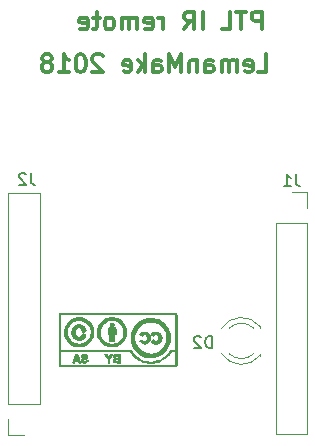
<source format=gbo>
G04 #@! TF.FileFunction,Legend,Bot*
%FSLAX46Y46*%
G04 Gerber Fmt 4.6, Leading zero omitted, Abs format (unit mm)*
G04 Created by KiCad (PCBNEW 4.0.7) date Sun Jul 15 15:38:45 2018*
%MOMM*%
%LPD*%
G01*
G04 APERTURE LIST*
%ADD10C,0.100000*%
%ADD11C,0.300000*%
%ADD12C,0.120000*%
%ADD13C,0.002540*%
%ADD14C,0.150000*%
G04 APERTURE END LIST*
D10*
D11*
X194114571Y-85133571D02*
X194114571Y-83633571D01*
X193543143Y-83633571D01*
X193400285Y-83705000D01*
X193328857Y-83776429D01*
X193257428Y-83919286D01*
X193257428Y-84133571D01*
X193328857Y-84276429D01*
X193400285Y-84347857D01*
X193543143Y-84419286D01*
X194114571Y-84419286D01*
X192828857Y-83633571D02*
X191971714Y-83633571D01*
X192400285Y-85133571D02*
X192400285Y-83633571D01*
X190757428Y-85133571D02*
X191471714Y-85133571D01*
X191471714Y-83633571D01*
X189114571Y-85133571D02*
X189114571Y-83633571D01*
X187543142Y-85133571D02*
X188043142Y-84419286D01*
X188400285Y-85133571D02*
X188400285Y-83633571D01*
X187828857Y-83633571D01*
X187685999Y-83705000D01*
X187614571Y-83776429D01*
X187543142Y-83919286D01*
X187543142Y-84133571D01*
X187614571Y-84276429D01*
X187685999Y-84347857D01*
X187828857Y-84419286D01*
X188400285Y-84419286D01*
X185757428Y-85133571D02*
X185757428Y-84133571D01*
X185757428Y-84419286D02*
X185686000Y-84276429D01*
X185614571Y-84205000D01*
X185471714Y-84133571D01*
X185328857Y-84133571D01*
X184257429Y-85062143D02*
X184400286Y-85133571D01*
X184686000Y-85133571D01*
X184828857Y-85062143D01*
X184900286Y-84919286D01*
X184900286Y-84347857D01*
X184828857Y-84205000D01*
X184686000Y-84133571D01*
X184400286Y-84133571D01*
X184257429Y-84205000D01*
X184186000Y-84347857D01*
X184186000Y-84490714D01*
X184900286Y-84633571D01*
X183543143Y-85133571D02*
X183543143Y-84133571D01*
X183543143Y-84276429D02*
X183471715Y-84205000D01*
X183328857Y-84133571D01*
X183114572Y-84133571D01*
X182971715Y-84205000D01*
X182900286Y-84347857D01*
X182900286Y-85133571D01*
X182900286Y-84347857D02*
X182828857Y-84205000D01*
X182686000Y-84133571D01*
X182471715Y-84133571D01*
X182328857Y-84205000D01*
X182257429Y-84347857D01*
X182257429Y-85133571D01*
X181328857Y-85133571D02*
X181471715Y-85062143D01*
X181543143Y-84990714D01*
X181614572Y-84847857D01*
X181614572Y-84419286D01*
X181543143Y-84276429D01*
X181471715Y-84205000D01*
X181328857Y-84133571D01*
X181114572Y-84133571D01*
X180971715Y-84205000D01*
X180900286Y-84276429D01*
X180828857Y-84419286D01*
X180828857Y-84847857D01*
X180900286Y-84990714D01*
X180971715Y-85062143D01*
X181114572Y-85133571D01*
X181328857Y-85133571D01*
X180400286Y-84133571D02*
X179828857Y-84133571D01*
X180186000Y-83633571D02*
X180186000Y-84919286D01*
X180114572Y-85062143D01*
X179971714Y-85133571D01*
X179828857Y-85133571D01*
X178757429Y-85062143D02*
X178900286Y-85133571D01*
X179186000Y-85133571D01*
X179328857Y-85062143D01*
X179400286Y-84919286D01*
X179400286Y-84347857D01*
X179328857Y-84205000D01*
X179186000Y-84133571D01*
X178900286Y-84133571D01*
X178757429Y-84205000D01*
X178686000Y-84347857D01*
X178686000Y-84490714D01*
X179400286Y-84633571D01*
X193788999Y-88753071D02*
X194503285Y-88753071D01*
X194503285Y-87253071D01*
X192717571Y-88681643D02*
X192860428Y-88753071D01*
X193146142Y-88753071D01*
X193288999Y-88681643D01*
X193360428Y-88538786D01*
X193360428Y-87967357D01*
X193288999Y-87824500D01*
X193146142Y-87753071D01*
X192860428Y-87753071D01*
X192717571Y-87824500D01*
X192646142Y-87967357D01*
X192646142Y-88110214D01*
X193360428Y-88253071D01*
X192003285Y-88753071D02*
X192003285Y-87753071D01*
X192003285Y-87895929D02*
X191931857Y-87824500D01*
X191788999Y-87753071D01*
X191574714Y-87753071D01*
X191431857Y-87824500D01*
X191360428Y-87967357D01*
X191360428Y-88753071D01*
X191360428Y-87967357D02*
X191288999Y-87824500D01*
X191146142Y-87753071D01*
X190931857Y-87753071D01*
X190788999Y-87824500D01*
X190717571Y-87967357D01*
X190717571Y-88753071D01*
X189360428Y-88753071D02*
X189360428Y-87967357D01*
X189431857Y-87824500D01*
X189574714Y-87753071D01*
X189860428Y-87753071D01*
X190003285Y-87824500D01*
X189360428Y-88681643D02*
X189503285Y-88753071D01*
X189860428Y-88753071D01*
X190003285Y-88681643D01*
X190074714Y-88538786D01*
X190074714Y-88395929D01*
X190003285Y-88253071D01*
X189860428Y-88181643D01*
X189503285Y-88181643D01*
X189360428Y-88110214D01*
X188646142Y-87753071D02*
X188646142Y-88753071D01*
X188646142Y-87895929D02*
X188574714Y-87824500D01*
X188431856Y-87753071D01*
X188217571Y-87753071D01*
X188074714Y-87824500D01*
X188003285Y-87967357D01*
X188003285Y-88753071D01*
X187288999Y-88753071D02*
X187288999Y-87253071D01*
X186788999Y-88324500D01*
X186288999Y-87253071D01*
X186288999Y-88753071D01*
X184931856Y-88753071D02*
X184931856Y-87967357D01*
X185003285Y-87824500D01*
X185146142Y-87753071D01*
X185431856Y-87753071D01*
X185574713Y-87824500D01*
X184931856Y-88681643D02*
X185074713Y-88753071D01*
X185431856Y-88753071D01*
X185574713Y-88681643D01*
X185646142Y-88538786D01*
X185646142Y-88395929D01*
X185574713Y-88253071D01*
X185431856Y-88181643D01*
X185074713Y-88181643D01*
X184931856Y-88110214D01*
X184217570Y-88753071D02*
X184217570Y-87253071D01*
X184074713Y-88181643D02*
X183646142Y-88753071D01*
X183646142Y-87753071D02*
X184217570Y-88324500D01*
X182431856Y-88681643D02*
X182574713Y-88753071D01*
X182860427Y-88753071D01*
X183003284Y-88681643D01*
X183074713Y-88538786D01*
X183074713Y-87967357D01*
X183003284Y-87824500D01*
X182860427Y-87753071D01*
X182574713Y-87753071D01*
X182431856Y-87824500D01*
X182360427Y-87967357D01*
X182360427Y-88110214D01*
X183074713Y-88253071D01*
X180646142Y-87395929D02*
X180574713Y-87324500D01*
X180431856Y-87253071D01*
X180074713Y-87253071D01*
X179931856Y-87324500D01*
X179860427Y-87395929D01*
X179788999Y-87538786D01*
X179788999Y-87681643D01*
X179860427Y-87895929D01*
X180717570Y-88753071D01*
X179788999Y-88753071D01*
X178860428Y-87253071D02*
X178717571Y-87253071D01*
X178574714Y-87324500D01*
X178503285Y-87395929D01*
X178431856Y-87538786D01*
X178360428Y-87824500D01*
X178360428Y-88181643D01*
X178431856Y-88467357D01*
X178503285Y-88610214D01*
X178574714Y-88681643D01*
X178717571Y-88753071D01*
X178860428Y-88753071D01*
X179003285Y-88681643D01*
X179074714Y-88610214D01*
X179146142Y-88467357D01*
X179217571Y-88181643D01*
X179217571Y-87824500D01*
X179146142Y-87538786D01*
X179074714Y-87395929D01*
X179003285Y-87324500D01*
X178860428Y-87253071D01*
X176931857Y-88753071D02*
X177789000Y-88753071D01*
X177360428Y-88753071D02*
X177360428Y-87253071D01*
X177503285Y-87467357D01*
X177646143Y-87610214D01*
X177789000Y-87681643D01*
X176074714Y-87895929D02*
X176217572Y-87824500D01*
X176289000Y-87753071D01*
X176360429Y-87610214D01*
X176360429Y-87538786D01*
X176289000Y-87395929D01*
X176217572Y-87324500D01*
X176074714Y-87253071D01*
X175789000Y-87253071D01*
X175646143Y-87324500D01*
X175574714Y-87395929D01*
X175503286Y-87538786D01*
X175503286Y-87610214D01*
X175574714Y-87753071D01*
X175646143Y-87824500D01*
X175789000Y-87895929D01*
X176074714Y-87895929D01*
X176217572Y-87967357D01*
X176289000Y-88038786D01*
X176360429Y-88181643D01*
X176360429Y-88467357D01*
X176289000Y-88610214D01*
X176217572Y-88681643D01*
X176074714Y-88753071D01*
X175789000Y-88753071D01*
X175646143Y-88681643D01*
X175574714Y-88610214D01*
X175503286Y-88467357D01*
X175503286Y-88181643D01*
X175574714Y-88038786D01*
X175646143Y-87967357D01*
X175789000Y-87895929D01*
D12*
X190732665Y-110427392D02*
G75*
G02X193965000Y-110270484I1672335J-1078608D01*
G01*
X190732665Y-112584608D02*
G75*
G03X193965000Y-112741516I1672335J1078608D01*
G01*
X191363870Y-110426163D02*
G75*
G02X193445961Y-110426000I1041130J-1079837D01*
G01*
X191363870Y-112585837D02*
G75*
G03X193445961Y-112586000I1041130J1079837D01*
G01*
X193965000Y-110270000D02*
X193965000Y-110426000D01*
X193965000Y-112586000D02*
X193965000Y-112742000D01*
X197989500Y-101536500D02*
X197989500Y-119376500D01*
X197989500Y-119376500D02*
X195329500Y-119376500D01*
X195329500Y-119376500D02*
X195329500Y-101536500D01*
X195329500Y-101536500D02*
X197989500Y-101536500D01*
X197989500Y-100266500D02*
X197989500Y-98936500D01*
X197989500Y-98936500D02*
X196659500Y-98936500D01*
X172660000Y-116840000D02*
X172660000Y-99000000D01*
X172660000Y-99000000D02*
X175320000Y-99000000D01*
X175320000Y-99000000D02*
X175320000Y-116840000D01*
X175320000Y-116840000D02*
X172660000Y-116840000D01*
X172660000Y-118110000D02*
X172660000Y-119440000D01*
X172660000Y-119440000D02*
X173990000Y-119440000D01*
D13*
G36*
X176921160Y-113611660D02*
X177035460Y-113611660D01*
X177035460Y-112270540D01*
X177035460Y-110804960D01*
X177035460Y-109334300D01*
X177073560Y-109296200D01*
X177111660Y-109260640D01*
X181922420Y-109260640D01*
X186730640Y-109260640D01*
X186768740Y-109296200D01*
X186806840Y-109334300D01*
X186806840Y-110804960D01*
X186804300Y-112270540D01*
X186578240Y-112273080D01*
X186352180Y-112273080D01*
X186268360Y-112402620D01*
X186146440Y-112570260D01*
X186004200Y-112722660D01*
X185844180Y-112859820D01*
X185668920Y-112979200D01*
X185480960Y-113078260D01*
X185282840Y-113157000D01*
X185077100Y-113212880D01*
X184912000Y-113240820D01*
X184825640Y-113248440D01*
X184724040Y-113250980D01*
X184612280Y-113248440D01*
X184503060Y-113240820D01*
X184404000Y-113228120D01*
X184343040Y-113217960D01*
X184127140Y-113162080D01*
X183923940Y-113083340D01*
X183735980Y-112986820D01*
X183558180Y-112864900D01*
X183393080Y-112720120D01*
X183324500Y-112651540D01*
X183268620Y-112590580D01*
X183212740Y-112519460D01*
X183159400Y-112448340D01*
X183126380Y-112402620D01*
X183045100Y-112273080D01*
X180042820Y-112273080D01*
X177035460Y-112270540D01*
X177035460Y-113611660D01*
X177050700Y-113611660D01*
X177050700Y-113510060D01*
X177050700Y-112948720D01*
X177050700Y-112387380D01*
X180007260Y-112387380D01*
X182961280Y-112387380D01*
X183040020Y-112504220D01*
X183136540Y-112641380D01*
X183233060Y-112760760D01*
X183332120Y-112859820D01*
X183436260Y-112948720D01*
X183553100Y-113027460D01*
X183639460Y-113078260D01*
X183779160Y-113149380D01*
X183903620Y-113207800D01*
X184020460Y-113256060D01*
X184139840Y-113294160D01*
X184264300Y-113324640D01*
X184269380Y-113324640D01*
X184452260Y-113360200D01*
X184624980Y-113375440D01*
X184790080Y-113375440D01*
X184957720Y-113357660D01*
X185127900Y-113324640D01*
X185323480Y-113266220D01*
X185519060Y-113184940D01*
X185719720Y-113075720D01*
X185920380Y-112943640D01*
X185988960Y-112895380D01*
X186039760Y-112852200D01*
X186100720Y-112793780D01*
X186164220Y-112727740D01*
X186230260Y-112659160D01*
X186293760Y-112585500D01*
X186347100Y-112519460D01*
X186390280Y-112461040D01*
X186413140Y-112425480D01*
X186433460Y-112387380D01*
X186626500Y-112387380D01*
X186819540Y-112387380D01*
X186819540Y-112948720D01*
X186819540Y-113510060D01*
X181932580Y-113510060D01*
X177050700Y-113510060D01*
X177050700Y-113611660D01*
X181914800Y-113611660D01*
X186905900Y-113611660D01*
X186913520Y-113431320D01*
X186916060Y-113393220D01*
X186916060Y-113334800D01*
X186916060Y-113253520D01*
X186916060Y-113154460D01*
X186918600Y-113037620D01*
X186918600Y-112905540D01*
X186918600Y-112758220D01*
X186918600Y-112598200D01*
X186918600Y-112428020D01*
X186918600Y-112247680D01*
X186918600Y-112059720D01*
X186918600Y-111866680D01*
X186918600Y-111668560D01*
X186918600Y-111467900D01*
X186918600Y-111267240D01*
X186918600Y-111064040D01*
X186916060Y-110863380D01*
X186916060Y-110667800D01*
X186916060Y-110474760D01*
X186916060Y-110289340D01*
X186913520Y-110114080D01*
X186913520Y-109946440D01*
X186910980Y-109791500D01*
X186910980Y-109649260D01*
X186910980Y-109522260D01*
X186908440Y-109413040D01*
X186908440Y-109319060D01*
X186905900Y-109247940D01*
X186905900Y-109194600D01*
X186903360Y-109166660D01*
X186903360Y-109161580D01*
X186890660Y-109161580D01*
X186852560Y-109161580D01*
X186791600Y-109159040D01*
X186707780Y-109159040D01*
X186603640Y-109159040D01*
X186476640Y-109159040D01*
X186334400Y-109156500D01*
X186171840Y-109156500D01*
X185991500Y-109156500D01*
X185795920Y-109156500D01*
X185585100Y-109153960D01*
X185361580Y-109153960D01*
X185122820Y-109153960D01*
X184873900Y-109153960D01*
X184614820Y-109153960D01*
X184345580Y-109151420D01*
X184068720Y-109151420D01*
X183781700Y-109151420D01*
X183492140Y-109151420D01*
X183194960Y-109151420D01*
X182892700Y-109151420D01*
X182587900Y-109148880D01*
X182280560Y-109148880D01*
X181970680Y-109148880D01*
X181665880Y-109148880D01*
X181358540Y-109148880D01*
X181053740Y-109148880D01*
X180751480Y-109148880D01*
X180451760Y-109148880D01*
X180159660Y-109148880D01*
X179872640Y-109148880D01*
X179593240Y-109148880D01*
X179321460Y-109148880D01*
X179059840Y-109148880D01*
X178808380Y-109148880D01*
X178569620Y-109148880D01*
X178343560Y-109148880D01*
X178130200Y-109148880D01*
X177932080Y-109148880D01*
X177749200Y-109148880D01*
X177581560Y-109148880D01*
X177434240Y-109151420D01*
X177304700Y-109151420D01*
X177198020Y-109151420D01*
X177109120Y-109151420D01*
X177043080Y-109153960D01*
X176999900Y-109153960D01*
X176982120Y-109153960D01*
X176921160Y-109161580D01*
X176921160Y-111386620D01*
X176921160Y-113611660D01*
X176921160Y-113611660D01*
X176921160Y-113611660D01*
G37*
X176921160Y-113611660D02*
X177035460Y-113611660D01*
X177035460Y-112270540D01*
X177035460Y-110804960D01*
X177035460Y-109334300D01*
X177073560Y-109296200D01*
X177111660Y-109260640D01*
X181922420Y-109260640D01*
X186730640Y-109260640D01*
X186768740Y-109296200D01*
X186806840Y-109334300D01*
X186806840Y-110804960D01*
X186804300Y-112270540D01*
X186578240Y-112273080D01*
X186352180Y-112273080D01*
X186268360Y-112402620D01*
X186146440Y-112570260D01*
X186004200Y-112722660D01*
X185844180Y-112859820D01*
X185668920Y-112979200D01*
X185480960Y-113078260D01*
X185282840Y-113157000D01*
X185077100Y-113212880D01*
X184912000Y-113240820D01*
X184825640Y-113248440D01*
X184724040Y-113250980D01*
X184612280Y-113248440D01*
X184503060Y-113240820D01*
X184404000Y-113228120D01*
X184343040Y-113217960D01*
X184127140Y-113162080D01*
X183923940Y-113083340D01*
X183735980Y-112986820D01*
X183558180Y-112864900D01*
X183393080Y-112720120D01*
X183324500Y-112651540D01*
X183268620Y-112590580D01*
X183212740Y-112519460D01*
X183159400Y-112448340D01*
X183126380Y-112402620D01*
X183045100Y-112273080D01*
X180042820Y-112273080D01*
X177035460Y-112270540D01*
X177035460Y-113611660D01*
X177050700Y-113611660D01*
X177050700Y-113510060D01*
X177050700Y-112948720D01*
X177050700Y-112387380D01*
X180007260Y-112387380D01*
X182961280Y-112387380D01*
X183040020Y-112504220D01*
X183136540Y-112641380D01*
X183233060Y-112760760D01*
X183332120Y-112859820D01*
X183436260Y-112948720D01*
X183553100Y-113027460D01*
X183639460Y-113078260D01*
X183779160Y-113149380D01*
X183903620Y-113207800D01*
X184020460Y-113256060D01*
X184139840Y-113294160D01*
X184264300Y-113324640D01*
X184269380Y-113324640D01*
X184452260Y-113360200D01*
X184624980Y-113375440D01*
X184790080Y-113375440D01*
X184957720Y-113357660D01*
X185127900Y-113324640D01*
X185323480Y-113266220D01*
X185519060Y-113184940D01*
X185719720Y-113075720D01*
X185920380Y-112943640D01*
X185988960Y-112895380D01*
X186039760Y-112852200D01*
X186100720Y-112793780D01*
X186164220Y-112727740D01*
X186230260Y-112659160D01*
X186293760Y-112585500D01*
X186347100Y-112519460D01*
X186390280Y-112461040D01*
X186413140Y-112425480D01*
X186433460Y-112387380D01*
X186626500Y-112387380D01*
X186819540Y-112387380D01*
X186819540Y-112948720D01*
X186819540Y-113510060D01*
X181932580Y-113510060D01*
X177050700Y-113510060D01*
X177050700Y-113611660D01*
X181914800Y-113611660D01*
X186905900Y-113611660D01*
X186913520Y-113431320D01*
X186916060Y-113393220D01*
X186916060Y-113334800D01*
X186916060Y-113253520D01*
X186916060Y-113154460D01*
X186918600Y-113037620D01*
X186918600Y-112905540D01*
X186918600Y-112758220D01*
X186918600Y-112598200D01*
X186918600Y-112428020D01*
X186918600Y-112247680D01*
X186918600Y-112059720D01*
X186918600Y-111866680D01*
X186918600Y-111668560D01*
X186918600Y-111467900D01*
X186918600Y-111267240D01*
X186918600Y-111064040D01*
X186916060Y-110863380D01*
X186916060Y-110667800D01*
X186916060Y-110474760D01*
X186916060Y-110289340D01*
X186913520Y-110114080D01*
X186913520Y-109946440D01*
X186910980Y-109791500D01*
X186910980Y-109649260D01*
X186910980Y-109522260D01*
X186908440Y-109413040D01*
X186908440Y-109319060D01*
X186905900Y-109247940D01*
X186905900Y-109194600D01*
X186903360Y-109166660D01*
X186903360Y-109161580D01*
X186890660Y-109161580D01*
X186852560Y-109161580D01*
X186791600Y-109159040D01*
X186707780Y-109159040D01*
X186603640Y-109159040D01*
X186476640Y-109159040D01*
X186334400Y-109156500D01*
X186171840Y-109156500D01*
X185991500Y-109156500D01*
X185795920Y-109156500D01*
X185585100Y-109153960D01*
X185361580Y-109153960D01*
X185122820Y-109153960D01*
X184873900Y-109153960D01*
X184614820Y-109153960D01*
X184345580Y-109151420D01*
X184068720Y-109151420D01*
X183781700Y-109151420D01*
X183492140Y-109151420D01*
X183194960Y-109151420D01*
X182892700Y-109151420D01*
X182587900Y-109148880D01*
X182280560Y-109148880D01*
X181970680Y-109148880D01*
X181665880Y-109148880D01*
X181358540Y-109148880D01*
X181053740Y-109148880D01*
X180751480Y-109148880D01*
X180451760Y-109148880D01*
X180159660Y-109148880D01*
X179872640Y-109148880D01*
X179593240Y-109148880D01*
X179321460Y-109148880D01*
X179059840Y-109148880D01*
X178808380Y-109148880D01*
X178569620Y-109148880D01*
X178343560Y-109148880D01*
X178130200Y-109148880D01*
X177932080Y-109148880D01*
X177749200Y-109148880D01*
X177581560Y-109148880D01*
X177434240Y-109151420D01*
X177304700Y-109151420D01*
X177198020Y-109151420D01*
X177109120Y-109151420D01*
X177043080Y-109153960D01*
X176999900Y-109153960D01*
X176982120Y-109153960D01*
X176921160Y-109161580D01*
X176921160Y-111386620D01*
X176921160Y-113611660D01*
X176921160Y-113611660D01*
G36*
X178788060Y-113154460D02*
X178800760Y-113202720D01*
X178828700Y-113248440D01*
X178838860Y-113261140D01*
X178889660Y-113301780D01*
X178958240Y-113332260D01*
X179036980Y-113347500D01*
X179115720Y-113350040D01*
X179125880Y-113347500D01*
X179214780Y-113327180D01*
X179285900Y-113289080D01*
X179339240Y-113238280D01*
X179372260Y-113172240D01*
X179374800Y-113164620D01*
X179382420Y-113126520D01*
X179374800Y-113103660D01*
X179351940Y-113090960D01*
X179308760Y-113090960D01*
X179298600Y-113090960D01*
X179257960Y-113096040D01*
X179235100Y-113103660D01*
X179224940Y-113118900D01*
X179217320Y-113139220D01*
X179189380Y-113184940D01*
X179146200Y-113212880D01*
X179092860Y-113228120D01*
X179031900Y-113223040D01*
X178996340Y-113210340D01*
X178958240Y-113187480D01*
X178943000Y-113159540D01*
X178945540Y-113123980D01*
X178953160Y-113106200D01*
X178970940Y-113088420D01*
X179003960Y-113073180D01*
X179052220Y-113052860D01*
X179120800Y-113032540D01*
X179158900Y-113019840D01*
X179217320Y-112999520D01*
X179260500Y-112981740D01*
X179290980Y-112961420D01*
X179308760Y-112943640D01*
X179344320Y-112885220D01*
X179357020Y-112829340D01*
X179351940Y-112770920D01*
X179326540Y-112720120D01*
X179283360Y-112674400D01*
X179230020Y-112638840D01*
X179163980Y-112615980D01*
X179090320Y-112608360D01*
X179019200Y-112615980D01*
X178935380Y-112638840D01*
X178874420Y-112676940D01*
X178836320Y-112727740D01*
X178816000Y-112791240D01*
X178816000Y-112793780D01*
X178808380Y-112847120D01*
X178882040Y-112847120D01*
X178922680Y-112844580D01*
X178945540Y-112839500D01*
X178958240Y-112829340D01*
X178968400Y-112806480D01*
X178993800Y-112768380D01*
X179034440Y-112742980D01*
X179082700Y-112732820D01*
X179130960Y-112737900D01*
X179174140Y-112760760D01*
X179176680Y-112763300D01*
X179202080Y-112791240D01*
X179204620Y-112811560D01*
X179191920Y-112836960D01*
X179186840Y-112844580D01*
X179158900Y-112862360D01*
X179105560Y-112885220D01*
X179029360Y-112908080D01*
X179024280Y-112908080D01*
X178937920Y-112936020D01*
X178876960Y-112963960D01*
X178833780Y-112994440D01*
X178805840Y-113035080D01*
X178790600Y-113083340D01*
X178790600Y-113093500D01*
X178788060Y-113154460D01*
X178788060Y-113154460D01*
X178788060Y-113154460D01*
G37*
X178788060Y-113154460D02*
X178800760Y-113202720D01*
X178828700Y-113248440D01*
X178838860Y-113261140D01*
X178889660Y-113301780D01*
X178958240Y-113332260D01*
X179036980Y-113347500D01*
X179115720Y-113350040D01*
X179125880Y-113347500D01*
X179214780Y-113327180D01*
X179285900Y-113289080D01*
X179339240Y-113238280D01*
X179372260Y-113172240D01*
X179374800Y-113164620D01*
X179382420Y-113126520D01*
X179374800Y-113103660D01*
X179351940Y-113090960D01*
X179308760Y-113090960D01*
X179298600Y-113090960D01*
X179257960Y-113096040D01*
X179235100Y-113103660D01*
X179224940Y-113118900D01*
X179217320Y-113139220D01*
X179189380Y-113184940D01*
X179146200Y-113212880D01*
X179092860Y-113228120D01*
X179031900Y-113223040D01*
X178996340Y-113210340D01*
X178958240Y-113187480D01*
X178943000Y-113159540D01*
X178945540Y-113123980D01*
X178953160Y-113106200D01*
X178970940Y-113088420D01*
X179003960Y-113073180D01*
X179052220Y-113052860D01*
X179120800Y-113032540D01*
X179158900Y-113019840D01*
X179217320Y-112999520D01*
X179260500Y-112981740D01*
X179290980Y-112961420D01*
X179308760Y-112943640D01*
X179344320Y-112885220D01*
X179357020Y-112829340D01*
X179351940Y-112770920D01*
X179326540Y-112720120D01*
X179283360Y-112674400D01*
X179230020Y-112638840D01*
X179163980Y-112615980D01*
X179090320Y-112608360D01*
X179019200Y-112615980D01*
X178935380Y-112638840D01*
X178874420Y-112676940D01*
X178836320Y-112727740D01*
X178816000Y-112791240D01*
X178816000Y-112793780D01*
X178808380Y-112847120D01*
X178882040Y-112847120D01*
X178922680Y-112844580D01*
X178945540Y-112839500D01*
X178958240Y-112829340D01*
X178968400Y-112806480D01*
X178993800Y-112768380D01*
X179034440Y-112742980D01*
X179082700Y-112732820D01*
X179130960Y-112737900D01*
X179174140Y-112760760D01*
X179176680Y-112763300D01*
X179202080Y-112791240D01*
X179204620Y-112811560D01*
X179191920Y-112836960D01*
X179186840Y-112844580D01*
X179158900Y-112862360D01*
X179105560Y-112885220D01*
X179029360Y-112908080D01*
X179024280Y-112908080D01*
X178937920Y-112936020D01*
X178876960Y-112963960D01*
X178833780Y-112994440D01*
X178805840Y-113035080D01*
X178790600Y-113083340D01*
X178790600Y-113093500D01*
X178788060Y-113154460D01*
X178788060Y-113154460D01*
G36*
X181510940Y-113154460D02*
X181531260Y-113220500D01*
X181571900Y-113273840D01*
X181627780Y-113306860D01*
X181650640Y-113317020D01*
X181673500Y-113322100D01*
X181673500Y-113113820D01*
X181678580Y-113075720D01*
X181693820Y-113050320D01*
X181698900Y-113047780D01*
X181698900Y-112821720D01*
X181711600Y-112786160D01*
X181719220Y-112776000D01*
X181739540Y-112765840D01*
X181772560Y-112760760D01*
X181828440Y-112758220D01*
X181838600Y-112758220D01*
X181935120Y-112758220D01*
X181940200Y-112798860D01*
X181942740Y-112839500D01*
X181942740Y-112875060D01*
X181937660Y-112892840D01*
X181930040Y-112903000D01*
X181914800Y-112908080D01*
X181879240Y-112910620D01*
X181848760Y-112910620D01*
X181782720Y-112908080D01*
X181739540Y-112897920D01*
X181726840Y-112890300D01*
X181703980Y-112859820D01*
X181698900Y-112821720D01*
X181698900Y-113047780D01*
X181724300Y-113035080D01*
X181775100Y-113027460D01*
X181836060Y-113024920D01*
X181937660Y-113024920D01*
X181937660Y-113113820D01*
X181937660Y-113205260D01*
X181830980Y-113205260D01*
X181770020Y-113202720D01*
X181731920Y-113197640D01*
X181706520Y-113190020D01*
X181696360Y-113182400D01*
X181678580Y-113149380D01*
X181673500Y-113113820D01*
X181673500Y-113322100D01*
X181678580Y-113322100D01*
X181714140Y-113327180D01*
X181764940Y-113329720D01*
X181830980Y-113332260D01*
X181894480Y-113332260D01*
X182105300Y-113332260D01*
X182105300Y-112981740D01*
X182105300Y-112628680D01*
X181897020Y-112628680D01*
X181803040Y-112631220D01*
X181734460Y-112633760D01*
X181681120Y-112638840D01*
X181643020Y-112649000D01*
X181612540Y-112661700D01*
X181589680Y-112682020D01*
X181579520Y-112689640D01*
X181561740Y-112725200D01*
X181549040Y-112776000D01*
X181546500Y-112826800D01*
X181551580Y-112852200D01*
X181566820Y-112885220D01*
X181592220Y-112918240D01*
X181594760Y-112920780D01*
X181615080Y-112941100D01*
X181617620Y-112953800D01*
X181610000Y-112958880D01*
X181574440Y-112981740D01*
X181541420Y-113019840D01*
X181518560Y-113063020D01*
X181513480Y-113080800D01*
X181510940Y-113154460D01*
X181510940Y-113154460D01*
X181510940Y-113154460D01*
G37*
X181510940Y-113154460D02*
X181531260Y-113220500D01*
X181571900Y-113273840D01*
X181627780Y-113306860D01*
X181650640Y-113317020D01*
X181673500Y-113322100D01*
X181673500Y-113113820D01*
X181678580Y-113075720D01*
X181693820Y-113050320D01*
X181698900Y-113047780D01*
X181698900Y-112821720D01*
X181711600Y-112786160D01*
X181719220Y-112776000D01*
X181739540Y-112765840D01*
X181772560Y-112760760D01*
X181828440Y-112758220D01*
X181838600Y-112758220D01*
X181935120Y-112758220D01*
X181940200Y-112798860D01*
X181942740Y-112839500D01*
X181942740Y-112875060D01*
X181937660Y-112892840D01*
X181930040Y-112903000D01*
X181914800Y-112908080D01*
X181879240Y-112910620D01*
X181848760Y-112910620D01*
X181782720Y-112908080D01*
X181739540Y-112897920D01*
X181726840Y-112890300D01*
X181703980Y-112859820D01*
X181698900Y-112821720D01*
X181698900Y-113047780D01*
X181724300Y-113035080D01*
X181775100Y-113027460D01*
X181836060Y-113024920D01*
X181937660Y-113024920D01*
X181937660Y-113113820D01*
X181937660Y-113205260D01*
X181830980Y-113205260D01*
X181770020Y-113202720D01*
X181731920Y-113197640D01*
X181706520Y-113190020D01*
X181696360Y-113182400D01*
X181678580Y-113149380D01*
X181673500Y-113113820D01*
X181673500Y-113322100D01*
X181678580Y-113322100D01*
X181714140Y-113327180D01*
X181764940Y-113329720D01*
X181830980Y-113332260D01*
X181894480Y-113332260D01*
X182105300Y-113332260D01*
X182105300Y-112981740D01*
X182105300Y-112628680D01*
X181897020Y-112628680D01*
X181803040Y-112631220D01*
X181734460Y-112633760D01*
X181681120Y-112638840D01*
X181643020Y-112649000D01*
X181612540Y-112661700D01*
X181589680Y-112682020D01*
X181579520Y-112689640D01*
X181561740Y-112725200D01*
X181549040Y-112776000D01*
X181546500Y-112826800D01*
X181551580Y-112852200D01*
X181566820Y-112885220D01*
X181592220Y-112918240D01*
X181594760Y-112920780D01*
X181615080Y-112941100D01*
X181617620Y-112953800D01*
X181610000Y-112958880D01*
X181574440Y-112981740D01*
X181541420Y-113019840D01*
X181518560Y-113063020D01*
X181513480Y-113080800D01*
X181510940Y-113154460D01*
X181510940Y-113154460D01*
G36*
X180804820Y-112628680D02*
X180939440Y-112852200D01*
X181074060Y-113075720D01*
X181074060Y-113202720D01*
X181074060Y-113332260D01*
X181150260Y-113332260D01*
X181226460Y-113332260D01*
X181226460Y-113197640D01*
X181226460Y-113060480D01*
X181350920Y-112854740D01*
X181389020Y-112788700D01*
X181422040Y-112730280D01*
X181449980Y-112684560D01*
X181470300Y-112654080D01*
X181477920Y-112638840D01*
X181467760Y-112633760D01*
X181439820Y-112631220D01*
X181399180Y-112628680D01*
X181394100Y-112628680D01*
X181305200Y-112628680D01*
X181226460Y-112765840D01*
X181188360Y-112826800D01*
X181162960Y-112864900D01*
X181145180Y-112885220D01*
X181135020Y-112882680D01*
X181124860Y-112864900D01*
X181104540Y-112831880D01*
X181079140Y-112786160D01*
X181056280Y-112750600D01*
X180990240Y-112636300D01*
X180898800Y-112631220D01*
X180804820Y-112628680D01*
X180804820Y-112628680D01*
X180804820Y-112628680D01*
G37*
X180804820Y-112628680D02*
X180939440Y-112852200D01*
X181074060Y-113075720D01*
X181074060Y-113202720D01*
X181074060Y-113332260D01*
X181150260Y-113332260D01*
X181226460Y-113332260D01*
X181226460Y-113197640D01*
X181226460Y-113060480D01*
X181350920Y-112854740D01*
X181389020Y-112788700D01*
X181422040Y-112730280D01*
X181449980Y-112684560D01*
X181470300Y-112654080D01*
X181477920Y-112638840D01*
X181467760Y-112633760D01*
X181439820Y-112631220D01*
X181399180Y-112628680D01*
X181394100Y-112628680D01*
X181305200Y-112628680D01*
X181226460Y-112765840D01*
X181188360Y-112826800D01*
X181162960Y-112864900D01*
X181145180Y-112885220D01*
X181135020Y-112882680D01*
X181124860Y-112864900D01*
X181104540Y-112831880D01*
X181079140Y-112786160D01*
X181056280Y-112750600D01*
X180990240Y-112636300D01*
X180898800Y-112631220D01*
X180804820Y-112628680D01*
X180804820Y-112628680D01*
G36*
X178084480Y-113322100D02*
X178094640Y-113327180D01*
X178127660Y-113329720D01*
X178165760Y-113332260D01*
X178247040Y-113332260D01*
X178269900Y-113256060D01*
X178292760Y-113179860D01*
X178341020Y-113179860D01*
X178341020Y-113050320D01*
X178381660Y-112936020D01*
X178396900Y-112887760D01*
X178414680Y-112849660D01*
X178424840Y-112831880D01*
X178427380Y-112829340D01*
X178437540Y-112844580D01*
X178450240Y-112877600D01*
X178465480Y-112920780D01*
X178480720Y-112966500D01*
X178495960Y-113007140D01*
X178503580Y-113035080D01*
X178506120Y-113042700D01*
X178493420Y-113047780D01*
X178462940Y-113050320D01*
X178424840Y-113050320D01*
X178341020Y-113050320D01*
X178341020Y-113179860D01*
X178424840Y-113179860D01*
X178554380Y-113179860D01*
X178582320Y-113256060D01*
X178610260Y-113332260D01*
X178691540Y-113332260D01*
X178770280Y-113332260D01*
X178638200Y-112984280D01*
X178508660Y-112636300D01*
X178422300Y-112636300D01*
X178338480Y-112636300D01*
X178211480Y-112974120D01*
X178178460Y-113063020D01*
X178147980Y-113141760D01*
X178122580Y-113210340D01*
X178104800Y-113266220D01*
X178089560Y-113304320D01*
X178084480Y-113322100D01*
X178084480Y-113322100D01*
X178084480Y-113322100D01*
X178084480Y-113322100D01*
G37*
X178084480Y-113322100D02*
X178094640Y-113327180D01*
X178127660Y-113329720D01*
X178165760Y-113332260D01*
X178247040Y-113332260D01*
X178269900Y-113256060D01*
X178292760Y-113179860D01*
X178341020Y-113179860D01*
X178341020Y-113050320D01*
X178381660Y-112936020D01*
X178396900Y-112887760D01*
X178414680Y-112849660D01*
X178424840Y-112831880D01*
X178427380Y-112829340D01*
X178437540Y-112844580D01*
X178450240Y-112877600D01*
X178465480Y-112920780D01*
X178480720Y-112966500D01*
X178495960Y-113007140D01*
X178503580Y-113035080D01*
X178506120Y-113042700D01*
X178493420Y-113047780D01*
X178462940Y-113050320D01*
X178424840Y-113050320D01*
X178341020Y-113050320D01*
X178341020Y-113179860D01*
X178424840Y-113179860D01*
X178554380Y-113179860D01*
X178582320Y-113256060D01*
X178610260Y-113332260D01*
X178691540Y-113332260D01*
X178770280Y-113332260D01*
X178638200Y-112984280D01*
X178508660Y-112636300D01*
X178422300Y-112636300D01*
X178338480Y-112636300D01*
X178211480Y-112974120D01*
X178178460Y-113063020D01*
X178147980Y-113141760D01*
X178122580Y-113210340D01*
X178104800Y-113266220D01*
X178089560Y-113304320D01*
X178084480Y-113322100D01*
X178084480Y-113322100D01*
X178084480Y-113322100D01*
G36*
X183040020Y-111203740D02*
X183040020Y-111295180D01*
X183045100Y-111417100D01*
X183055260Y-111523780D01*
X183073040Y-111617760D01*
X183095900Y-111709200D01*
X183126380Y-111803180D01*
X183151780Y-111869220D01*
X183230520Y-112034320D01*
X183332120Y-112191800D01*
X183334660Y-112194340D01*
X183334660Y-111203740D01*
X183347360Y-111025940D01*
X183385460Y-110853220D01*
X183443880Y-110685580D01*
X183522620Y-110528100D01*
X183624220Y-110383320D01*
X183743600Y-110248700D01*
X183883300Y-110129320D01*
X184040780Y-110027720D01*
X184048400Y-110022640D01*
X184200800Y-109951520D01*
X184365900Y-109900720D01*
X184536080Y-109872780D01*
X184711340Y-109862620D01*
X184884060Y-109875320D01*
X185054240Y-109908340D01*
X185216800Y-109964220D01*
X185320940Y-110012480D01*
X185465720Y-110103920D01*
X185600340Y-110215680D01*
X185724800Y-110342680D01*
X185831480Y-110482380D01*
X185917840Y-110632240D01*
X185986420Y-110787180D01*
X186011820Y-110876080D01*
X186049920Y-111061500D01*
X186060080Y-111241840D01*
X186047380Y-111419640D01*
X186006740Y-111592360D01*
X185945780Y-111760000D01*
X185859420Y-111920020D01*
X185752740Y-112069880D01*
X185623200Y-112207040D01*
X185478420Y-112328960D01*
X185323480Y-112428020D01*
X185163460Y-112501680D01*
X184993280Y-112552480D01*
X184815480Y-112577880D01*
X184630060Y-112580420D01*
X184462420Y-112562640D01*
X184304940Y-112527080D01*
X184152540Y-112468660D01*
X184002680Y-112389920D01*
X183862980Y-112293400D01*
X183735980Y-112184180D01*
X183621680Y-112059720D01*
X183525160Y-111927640D01*
X183451500Y-111787940D01*
X183433720Y-111744760D01*
X183375300Y-111564420D01*
X183342280Y-111381540D01*
X183334660Y-111203740D01*
X183334660Y-112194340D01*
X183451500Y-112336580D01*
X183586120Y-112468660D01*
X183735980Y-112585500D01*
X183896000Y-112687100D01*
X184063640Y-112768380D01*
X184238900Y-112829340D01*
X184414160Y-112867440D01*
X184500520Y-112877600D01*
X184581800Y-112885220D01*
X184645300Y-112887760D01*
X184698640Y-112890300D01*
X184749440Y-112890300D01*
X184800240Y-112887760D01*
X184845960Y-112885220D01*
X185041540Y-112857280D01*
X185226960Y-112809020D01*
X185402220Y-112735360D01*
X185572400Y-112641380D01*
X185732420Y-112522000D01*
X185889900Y-112377220D01*
X185892440Y-112372140D01*
X186029600Y-112217200D01*
X186141360Y-112057180D01*
X186227720Y-111889540D01*
X186293760Y-111714280D01*
X186334400Y-111526320D01*
X186354720Y-111330740D01*
X186359800Y-111226600D01*
X186349640Y-111043720D01*
X186326780Y-110873540D01*
X186286140Y-110713520D01*
X186225180Y-110556040D01*
X186176920Y-110459520D01*
X186072780Y-110284260D01*
X185950860Y-110126780D01*
X185811160Y-109984540D01*
X185656220Y-109860080D01*
X185491120Y-109755940D01*
X185313320Y-109669580D01*
X185127900Y-109608620D01*
X185011060Y-109583220D01*
X184927240Y-109570520D01*
X184825640Y-109565440D01*
X184713880Y-109562900D01*
X184602120Y-109562900D01*
X184497980Y-109570520D01*
X184406540Y-109580680D01*
X184386220Y-109583220D01*
X184193180Y-109631480D01*
X184007760Y-109700060D01*
X183832500Y-109791500D01*
X183672480Y-109903260D01*
X183525160Y-110032800D01*
X183393080Y-110177580D01*
X183278780Y-110337600D01*
X183184800Y-110510320D01*
X183111140Y-110695740D01*
X183095900Y-110741460D01*
X183073040Y-110830360D01*
X183057800Y-110914180D01*
X183045100Y-111000540D01*
X183040020Y-111094520D01*
X183040020Y-111203740D01*
X183040020Y-111203740D01*
X183040020Y-111203740D01*
G37*
X183040020Y-111203740D02*
X183040020Y-111295180D01*
X183045100Y-111417100D01*
X183055260Y-111523780D01*
X183073040Y-111617760D01*
X183095900Y-111709200D01*
X183126380Y-111803180D01*
X183151780Y-111869220D01*
X183230520Y-112034320D01*
X183332120Y-112191800D01*
X183334660Y-112194340D01*
X183334660Y-111203740D01*
X183347360Y-111025940D01*
X183385460Y-110853220D01*
X183443880Y-110685580D01*
X183522620Y-110528100D01*
X183624220Y-110383320D01*
X183743600Y-110248700D01*
X183883300Y-110129320D01*
X184040780Y-110027720D01*
X184048400Y-110022640D01*
X184200800Y-109951520D01*
X184365900Y-109900720D01*
X184536080Y-109872780D01*
X184711340Y-109862620D01*
X184884060Y-109875320D01*
X185054240Y-109908340D01*
X185216800Y-109964220D01*
X185320940Y-110012480D01*
X185465720Y-110103920D01*
X185600340Y-110215680D01*
X185724800Y-110342680D01*
X185831480Y-110482380D01*
X185917840Y-110632240D01*
X185986420Y-110787180D01*
X186011820Y-110876080D01*
X186049920Y-111061500D01*
X186060080Y-111241840D01*
X186047380Y-111419640D01*
X186006740Y-111592360D01*
X185945780Y-111760000D01*
X185859420Y-111920020D01*
X185752740Y-112069880D01*
X185623200Y-112207040D01*
X185478420Y-112328960D01*
X185323480Y-112428020D01*
X185163460Y-112501680D01*
X184993280Y-112552480D01*
X184815480Y-112577880D01*
X184630060Y-112580420D01*
X184462420Y-112562640D01*
X184304940Y-112527080D01*
X184152540Y-112468660D01*
X184002680Y-112389920D01*
X183862980Y-112293400D01*
X183735980Y-112184180D01*
X183621680Y-112059720D01*
X183525160Y-111927640D01*
X183451500Y-111787940D01*
X183433720Y-111744760D01*
X183375300Y-111564420D01*
X183342280Y-111381540D01*
X183334660Y-111203740D01*
X183334660Y-112194340D01*
X183451500Y-112336580D01*
X183586120Y-112468660D01*
X183735980Y-112585500D01*
X183896000Y-112687100D01*
X184063640Y-112768380D01*
X184238900Y-112829340D01*
X184414160Y-112867440D01*
X184500520Y-112877600D01*
X184581800Y-112885220D01*
X184645300Y-112887760D01*
X184698640Y-112890300D01*
X184749440Y-112890300D01*
X184800240Y-112887760D01*
X184845960Y-112885220D01*
X185041540Y-112857280D01*
X185226960Y-112809020D01*
X185402220Y-112735360D01*
X185572400Y-112641380D01*
X185732420Y-112522000D01*
X185889900Y-112377220D01*
X185892440Y-112372140D01*
X186029600Y-112217200D01*
X186141360Y-112057180D01*
X186227720Y-111889540D01*
X186293760Y-111714280D01*
X186334400Y-111526320D01*
X186354720Y-111330740D01*
X186359800Y-111226600D01*
X186349640Y-111043720D01*
X186326780Y-110873540D01*
X186286140Y-110713520D01*
X186225180Y-110556040D01*
X186176920Y-110459520D01*
X186072780Y-110284260D01*
X185950860Y-110126780D01*
X185811160Y-109984540D01*
X185656220Y-109860080D01*
X185491120Y-109755940D01*
X185313320Y-109669580D01*
X185127900Y-109608620D01*
X185011060Y-109583220D01*
X184927240Y-109570520D01*
X184825640Y-109565440D01*
X184713880Y-109562900D01*
X184602120Y-109562900D01*
X184497980Y-109570520D01*
X184406540Y-109580680D01*
X184386220Y-109583220D01*
X184193180Y-109631480D01*
X184007760Y-109700060D01*
X183832500Y-109791500D01*
X183672480Y-109903260D01*
X183525160Y-110032800D01*
X183393080Y-110177580D01*
X183278780Y-110337600D01*
X183184800Y-110510320D01*
X183111140Y-110695740D01*
X183095900Y-110741460D01*
X183073040Y-110830360D01*
X183057800Y-110914180D01*
X183045100Y-111000540D01*
X183040020Y-111094520D01*
X183040020Y-111203740D01*
X183040020Y-111203740D01*
G36*
X180174900Y-110741460D02*
X180185060Y-110914180D01*
X180213000Y-111071660D01*
X180261260Y-111216440D01*
X180329840Y-111353600D01*
X180408580Y-111462820D01*
X180408580Y-110741460D01*
X180416200Y-110604300D01*
X180436520Y-110482380D01*
X180474620Y-110365540D01*
X180502560Y-110302040D01*
X180576220Y-110175040D01*
X180672740Y-110058200D01*
X180784500Y-109954060D01*
X180908960Y-109865160D01*
X181043580Y-109799120D01*
X181124860Y-109768640D01*
X181165500Y-109755940D01*
X181206140Y-109748320D01*
X181251860Y-109743240D01*
X181305200Y-109740700D01*
X181376320Y-109738160D01*
X181411880Y-109738160D01*
X181490620Y-109740700D01*
X181551580Y-109740700D01*
X181599840Y-109745780D01*
X181640480Y-109753400D01*
X181681120Y-109763560D01*
X181698900Y-109768640D01*
X181846220Y-109827060D01*
X181978300Y-109908340D01*
X182100220Y-110007400D01*
X182206900Y-110124240D01*
X182295800Y-110256320D01*
X182361840Y-110401100D01*
X182389780Y-110482380D01*
X182405020Y-110563660D01*
X182415180Y-110660180D01*
X182417720Y-110761780D01*
X182412640Y-110860840D01*
X182402480Y-110949740D01*
X182394860Y-110982760D01*
X182338980Y-111132620D01*
X182262780Y-111272320D01*
X182166260Y-111399320D01*
X182051960Y-111511080D01*
X181983380Y-111561880D01*
X181851300Y-111643160D01*
X181706520Y-111701580D01*
X181554120Y-111737140D01*
X181396640Y-111744760D01*
X181267100Y-111734600D01*
X181150260Y-111709200D01*
X181030880Y-111668560D01*
X180919120Y-111615220D01*
X180891180Y-111599980D01*
X180850540Y-111572040D01*
X180799740Y-111531400D01*
X180743860Y-111480600D01*
X180690520Y-111429800D01*
X180690520Y-111429800D01*
X180632100Y-111373920D01*
X180588920Y-111323120D01*
X180555900Y-111277400D01*
X180527960Y-111229140D01*
X180512720Y-111201200D01*
X180464460Y-111089440D01*
X180431440Y-110977680D01*
X180413660Y-110863380D01*
X180408580Y-110741460D01*
X180408580Y-111462820D01*
X180418740Y-111480600D01*
X180517800Y-111589820D01*
X180654960Y-111711740D01*
X180797200Y-111810800D01*
X180949600Y-111887000D01*
X181109620Y-111937800D01*
X181112160Y-111940340D01*
X181188360Y-111953040D01*
X181277260Y-111963200D01*
X181373780Y-111970820D01*
X181467760Y-111973360D01*
X181549040Y-111970820D01*
X181602380Y-111965740D01*
X181770020Y-111925100D01*
X181930040Y-111861600D01*
X182079900Y-111775240D01*
X182222140Y-111668560D01*
X182283100Y-111610140D01*
X182402480Y-111472980D01*
X182499000Y-111330740D01*
X182572660Y-111173260D01*
X182613300Y-111048800D01*
X182626000Y-110992920D01*
X182636160Y-110939580D01*
X182641240Y-110886240D01*
X182643780Y-110822740D01*
X182646320Y-110749080D01*
X182641240Y-110629700D01*
X182633620Y-110533180D01*
X182623460Y-110477300D01*
X182575200Y-110312200D01*
X182504080Y-110157260D01*
X182412640Y-110015020D01*
X182303420Y-109882940D01*
X182178960Y-109768640D01*
X182041800Y-109672120D01*
X181894480Y-109595920D01*
X181734460Y-109540040D01*
X181703980Y-109532420D01*
X181625240Y-109519720D01*
X181528720Y-109512100D01*
X181427120Y-109509560D01*
X181320440Y-109509560D01*
X181221380Y-109517180D01*
X181135020Y-109529880D01*
X181091840Y-109540040D01*
X180926740Y-109595920D01*
X180771800Y-109677200D01*
X180627020Y-109781340D01*
X180497480Y-109905800D01*
X180383180Y-110048040D01*
X180370480Y-110063280D01*
X180296820Y-110185200D01*
X180243480Y-110304580D01*
X180205380Y-110431580D01*
X180182520Y-110571280D01*
X180174900Y-110726220D01*
X180174900Y-110741460D01*
X180174900Y-110741460D01*
X180174900Y-110741460D01*
G37*
X180174900Y-110741460D02*
X180185060Y-110914180D01*
X180213000Y-111071660D01*
X180261260Y-111216440D01*
X180329840Y-111353600D01*
X180408580Y-111462820D01*
X180408580Y-110741460D01*
X180416200Y-110604300D01*
X180436520Y-110482380D01*
X180474620Y-110365540D01*
X180502560Y-110302040D01*
X180576220Y-110175040D01*
X180672740Y-110058200D01*
X180784500Y-109954060D01*
X180908960Y-109865160D01*
X181043580Y-109799120D01*
X181124860Y-109768640D01*
X181165500Y-109755940D01*
X181206140Y-109748320D01*
X181251860Y-109743240D01*
X181305200Y-109740700D01*
X181376320Y-109738160D01*
X181411880Y-109738160D01*
X181490620Y-109740700D01*
X181551580Y-109740700D01*
X181599840Y-109745780D01*
X181640480Y-109753400D01*
X181681120Y-109763560D01*
X181698900Y-109768640D01*
X181846220Y-109827060D01*
X181978300Y-109908340D01*
X182100220Y-110007400D01*
X182206900Y-110124240D01*
X182295800Y-110256320D01*
X182361840Y-110401100D01*
X182389780Y-110482380D01*
X182405020Y-110563660D01*
X182415180Y-110660180D01*
X182417720Y-110761780D01*
X182412640Y-110860840D01*
X182402480Y-110949740D01*
X182394860Y-110982760D01*
X182338980Y-111132620D01*
X182262780Y-111272320D01*
X182166260Y-111399320D01*
X182051960Y-111511080D01*
X181983380Y-111561880D01*
X181851300Y-111643160D01*
X181706520Y-111701580D01*
X181554120Y-111737140D01*
X181396640Y-111744760D01*
X181267100Y-111734600D01*
X181150260Y-111709200D01*
X181030880Y-111668560D01*
X180919120Y-111615220D01*
X180891180Y-111599980D01*
X180850540Y-111572040D01*
X180799740Y-111531400D01*
X180743860Y-111480600D01*
X180690520Y-111429800D01*
X180690520Y-111429800D01*
X180632100Y-111373920D01*
X180588920Y-111323120D01*
X180555900Y-111277400D01*
X180527960Y-111229140D01*
X180512720Y-111201200D01*
X180464460Y-111089440D01*
X180431440Y-110977680D01*
X180413660Y-110863380D01*
X180408580Y-110741460D01*
X180408580Y-111462820D01*
X180418740Y-111480600D01*
X180517800Y-111589820D01*
X180654960Y-111711740D01*
X180797200Y-111810800D01*
X180949600Y-111887000D01*
X181109620Y-111937800D01*
X181112160Y-111940340D01*
X181188360Y-111953040D01*
X181277260Y-111963200D01*
X181373780Y-111970820D01*
X181467760Y-111973360D01*
X181549040Y-111970820D01*
X181602380Y-111965740D01*
X181770020Y-111925100D01*
X181930040Y-111861600D01*
X182079900Y-111775240D01*
X182222140Y-111668560D01*
X182283100Y-111610140D01*
X182402480Y-111472980D01*
X182499000Y-111330740D01*
X182572660Y-111173260D01*
X182613300Y-111048800D01*
X182626000Y-110992920D01*
X182636160Y-110939580D01*
X182641240Y-110886240D01*
X182643780Y-110822740D01*
X182646320Y-110749080D01*
X182641240Y-110629700D01*
X182633620Y-110533180D01*
X182623460Y-110477300D01*
X182575200Y-110312200D01*
X182504080Y-110157260D01*
X182412640Y-110015020D01*
X182303420Y-109882940D01*
X182178960Y-109768640D01*
X182041800Y-109672120D01*
X181894480Y-109595920D01*
X181734460Y-109540040D01*
X181703980Y-109532420D01*
X181625240Y-109519720D01*
X181528720Y-109512100D01*
X181427120Y-109509560D01*
X181320440Y-109509560D01*
X181221380Y-109517180D01*
X181135020Y-109529880D01*
X181091840Y-109540040D01*
X180926740Y-109595920D01*
X180771800Y-109677200D01*
X180627020Y-109781340D01*
X180497480Y-109905800D01*
X180383180Y-110048040D01*
X180370480Y-110063280D01*
X180296820Y-110185200D01*
X180243480Y-110304580D01*
X180205380Y-110431580D01*
X180182520Y-110571280D01*
X180174900Y-110726220D01*
X180174900Y-110741460D01*
X180174900Y-110741460D01*
G36*
X177401220Y-110769400D02*
X177403760Y-110868460D01*
X177411380Y-110957360D01*
X177421540Y-111028480D01*
X177424080Y-111038640D01*
X177477420Y-111206280D01*
X177556160Y-111361220D01*
X177627280Y-111462820D01*
X177627280Y-110779560D01*
X177627280Y-110703360D01*
X177634900Y-110599220D01*
X177647600Y-110512860D01*
X177665380Y-110434120D01*
X177695860Y-110355380D01*
X177726340Y-110289340D01*
X177805080Y-110159800D01*
X177901600Y-110042960D01*
X178018440Y-109938820D01*
X178145440Y-109852460D01*
X178282600Y-109788960D01*
X178325780Y-109773720D01*
X178414680Y-109750860D01*
X178518820Y-109738160D01*
X178630580Y-109733080D01*
X178739800Y-109735620D01*
X178836320Y-109748320D01*
X178846480Y-109750860D01*
X178993800Y-109796580D01*
X179130960Y-109865160D01*
X179257960Y-109951520D01*
X179369720Y-110058200D01*
X179466240Y-110182660D01*
X179544980Y-110319820D01*
X179593240Y-110434120D01*
X179611020Y-110484920D01*
X179621180Y-110528100D01*
X179628800Y-110566200D01*
X179633880Y-110609380D01*
X179636420Y-110665260D01*
X179636420Y-110736380D01*
X179633880Y-110845600D01*
X179623720Y-110939580D01*
X179603400Y-111023400D01*
X179575460Y-111104680D01*
X179544980Y-111168180D01*
X179484020Y-111269780D01*
X179407820Y-111371380D01*
X179318920Y-111462820D01*
X179224940Y-111546640D01*
X179138580Y-111605060D01*
X179006500Y-111671100D01*
X178864260Y-111714280D01*
X178714400Y-111739680D01*
X178562000Y-111742220D01*
X178414680Y-111721900D01*
X178366420Y-111709200D01*
X178231800Y-111660940D01*
X178099720Y-111589820D01*
X177980340Y-111503460D01*
X177871120Y-111399320D01*
X177782220Y-111290100D01*
X177713640Y-111170720D01*
X177706020Y-111155480D01*
X177662840Y-111036100D01*
X177637440Y-110914180D01*
X177627280Y-110779560D01*
X177627280Y-111462820D01*
X177655220Y-111503460D01*
X177774600Y-111633000D01*
X177883820Y-111724440D01*
X178033680Y-111820960D01*
X178191160Y-111894620D01*
X178358800Y-111945420D01*
X178531520Y-111970820D01*
X178709320Y-111973360D01*
X178838860Y-111958120D01*
X179001420Y-111920020D01*
X179156360Y-111859060D01*
X179303680Y-111772700D01*
X179443380Y-111666020D01*
X179567840Y-111539020D01*
X179585620Y-111518700D01*
X179689760Y-111379000D01*
X179768500Y-111229140D01*
X179826920Y-111069120D01*
X179859940Y-110904020D01*
X179870100Y-110736380D01*
X179857400Y-110566200D01*
X179821840Y-110398560D01*
X179760880Y-110233460D01*
X179743100Y-110197900D01*
X179659280Y-110050580D01*
X179552600Y-109913420D01*
X179430680Y-109794040D01*
X179293520Y-109692440D01*
X179146200Y-109608620D01*
X178988720Y-109550200D01*
X178953160Y-109537500D01*
X178907440Y-109527340D01*
X178864260Y-109519720D01*
X178818540Y-109514640D01*
X178762660Y-109512100D01*
X178691540Y-109509560D01*
X178628040Y-109509560D01*
X178539140Y-109512100D01*
X178473100Y-109514640D01*
X178419760Y-109517180D01*
X178374040Y-109524800D01*
X178330860Y-109532420D01*
X178308000Y-109540040D01*
X178203860Y-109573060D01*
X178094640Y-109621320D01*
X177990500Y-109674660D01*
X177911760Y-109725460D01*
X177858420Y-109768640D01*
X177794920Y-109827060D01*
X177728880Y-109890560D01*
X177667920Y-109956600D01*
X177619660Y-110015020D01*
X177601880Y-110042960D01*
X177553620Y-110119160D01*
X177507900Y-110210600D01*
X177467260Y-110304580D01*
X177436780Y-110396020D01*
X177431700Y-110416340D01*
X177416460Y-110484920D01*
X177408840Y-110571280D01*
X177401220Y-110667800D01*
X177401220Y-110769400D01*
X177401220Y-110769400D01*
X177401220Y-110769400D01*
G37*
X177401220Y-110769400D02*
X177403760Y-110868460D01*
X177411380Y-110957360D01*
X177421540Y-111028480D01*
X177424080Y-111038640D01*
X177477420Y-111206280D01*
X177556160Y-111361220D01*
X177627280Y-111462820D01*
X177627280Y-110779560D01*
X177627280Y-110703360D01*
X177634900Y-110599220D01*
X177647600Y-110512860D01*
X177665380Y-110434120D01*
X177695860Y-110355380D01*
X177726340Y-110289340D01*
X177805080Y-110159800D01*
X177901600Y-110042960D01*
X178018440Y-109938820D01*
X178145440Y-109852460D01*
X178282600Y-109788960D01*
X178325780Y-109773720D01*
X178414680Y-109750860D01*
X178518820Y-109738160D01*
X178630580Y-109733080D01*
X178739800Y-109735620D01*
X178836320Y-109748320D01*
X178846480Y-109750860D01*
X178993800Y-109796580D01*
X179130960Y-109865160D01*
X179257960Y-109951520D01*
X179369720Y-110058200D01*
X179466240Y-110182660D01*
X179544980Y-110319820D01*
X179593240Y-110434120D01*
X179611020Y-110484920D01*
X179621180Y-110528100D01*
X179628800Y-110566200D01*
X179633880Y-110609380D01*
X179636420Y-110665260D01*
X179636420Y-110736380D01*
X179633880Y-110845600D01*
X179623720Y-110939580D01*
X179603400Y-111023400D01*
X179575460Y-111104680D01*
X179544980Y-111168180D01*
X179484020Y-111269780D01*
X179407820Y-111371380D01*
X179318920Y-111462820D01*
X179224940Y-111546640D01*
X179138580Y-111605060D01*
X179006500Y-111671100D01*
X178864260Y-111714280D01*
X178714400Y-111739680D01*
X178562000Y-111742220D01*
X178414680Y-111721900D01*
X178366420Y-111709200D01*
X178231800Y-111660940D01*
X178099720Y-111589820D01*
X177980340Y-111503460D01*
X177871120Y-111399320D01*
X177782220Y-111290100D01*
X177713640Y-111170720D01*
X177706020Y-111155480D01*
X177662840Y-111036100D01*
X177637440Y-110914180D01*
X177627280Y-110779560D01*
X177627280Y-111462820D01*
X177655220Y-111503460D01*
X177774600Y-111633000D01*
X177883820Y-111724440D01*
X178033680Y-111820960D01*
X178191160Y-111894620D01*
X178358800Y-111945420D01*
X178531520Y-111970820D01*
X178709320Y-111973360D01*
X178838860Y-111958120D01*
X179001420Y-111920020D01*
X179156360Y-111859060D01*
X179303680Y-111772700D01*
X179443380Y-111666020D01*
X179567840Y-111539020D01*
X179585620Y-111518700D01*
X179689760Y-111379000D01*
X179768500Y-111229140D01*
X179826920Y-111069120D01*
X179859940Y-110904020D01*
X179870100Y-110736380D01*
X179857400Y-110566200D01*
X179821840Y-110398560D01*
X179760880Y-110233460D01*
X179743100Y-110197900D01*
X179659280Y-110050580D01*
X179552600Y-109913420D01*
X179430680Y-109794040D01*
X179293520Y-109692440D01*
X179146200Y-109608620D01*
X178988720Y-109550200D01*
X178953160Y-109537500D01*
X178907440Y-109527340D01*
X178864260Y-109519720D01*
X178818540Y-109514640D01*
X178762660Y-109512100D01*
X178691540Y-109509560D01*
X178628040Y-109509560D01*
X178539140Y-109512100D01*
X178473100Y-109514640D01*
X178419760Y-109517180D01*
X178374040Y-109524800D01*
X178330860Y-109532420D01*
X178308000Y-109540040D01*
X178203860Y-109573060D01*
X178094640Y-109621320D01*
X177990500Y-109674660D01*
X177911760Y-109725460D01*
X177858420Y-109768640D01*
X177794920Y-109827060D01*
X177728880Y-109890560D01*
X177667920Y-109956600D01*
X177619660Y-110015020D01*
X177601880Y-110042960D01*
X177553620Y-110119160D01*
X177507900Y-110210600D01*
X177467260Y-110304580D01*
X177436780Y-110396020D01*
X177431700Y-110416340D01*
X177416460Y-110484920D01*
X177408840Y-110571280D01*
X177401220Y-110667800D01*
X177401220Y-110769400D01*
X177401220Y-110769400D01*
G36*
X184711340Y-111483140D02*
X184734200Y-111521240D01*
X184767220Y-111566960D01*
X184818020Y-111615220D01*
X184871360Y-111660940D01*
X184924700Y-111693960D01*
X184937400Y-111699040D01*
X185028840Y-111726980D01*
X185135520Y-111737140D01*
X185216800Y-111734600D01*
X185326020Y-111711740D01*
X185420000Y-111671100D01*
X185498740Y-111610140D01*
X185562240Y-111531400D01*
X185607960Y-111437420D01*
X185635900Y-111333280D01*
X185640980Y-111211360D01*
X185638440Y-111178340D01*
X185623200Y-111066580D01*
X185587640Y-110972600D01*
X185534300Y-110888780D01*
X185513980Y-110863380D01*
X185432700Y-110792260D01*
X185336180Y-110741460D01*
X185232040Y-110713520D01*
X185117740Y-110710980D01*
X185066940Y-110716060D01*
X185008520Y-110728760D01*
X184947560Y-110744000D01*
X184906920Y-110761780D01*
X184868820Y-110784640D01*
X184825640Y-110817660D01*
X184785000Y-110855760D01*
X184751980Y-110891320D01*
X184729120Y-110924340D01*
X184724040Y-110939580D01*
X184734200Y-110954820D01*
X184762140Y-110975140D01*
X184805320Y-110998000D01*
X184825640Y-111010700D01*
X184927240Y-111061500D01*
X184988200Y-110998000D01*
X185023760Y-110962440D01*
X185049160Y-110944660D01*
X185072020Y-110934500D01*
X185105040Y-110931960D01*
X185122820Y-110931960D01*
X185193940Y-110944660D01*
X185252360Y-110975140D01*
X185300620Y-111028480D01*
X185303160Y-111036100D01*
X185320940Y-111079280D01*
X185331100Y-111142780D01*
X185336180Y-111211360D01*
X185333640Y-111285020D01*
X185326020Y-111348520D01*
X185318400Y-111379000D01*
X185287920Y-111439960D01*
X185244740Y-111483140D01*
X185186320Y-111506000D01*
X185125360Y-111511080D01*
X185056780Y-111506000D01*
X185008520Y-111485680D01*
X184965340Y-111445040D01*
X184947560Y-111419640D01*
X184927240Y-111391700D01*
X184912000Y-111379000D01*
X184912000Y-111379000D01*
X184896760Y-111384080D01*
X184863740Y-111399320D01*
X184823100Y-111422180D01*
X184805320Y-111429800D01*
X184711340Y-111483140D01*
X184711340Y-111483140D01*
X184711340Y-111483140D01*
G37*
X184711340Y-111483140D02*
X184734200Y-111521240D01*
X184767220Y-111566960D01*
X184818020Y-111615220D01*
X184871360Y-111660940D01*
X184924700Y-111693960D01*
X184937400Y-111699040D01*
X185028840Y-111726980D01*
X185135520Y-111737140D01*
X185216800Y-111734600D01*
X185326020Y-111711740D01*
X185420000Y-111671100D01*
X185498740Y-111610140D01*
X185562240Y-111531400D01*
X185607960Y-111437420D01*
X185635900Y-111333280D01*
X185640980Y-111211360D01*
X185638440Y-111178340D01*
X185623200Y-111066580D01*
X185587640Y-110972600D01*
X185534300Y-110888780D01*
X185513980Y-110863380D01*
X185432700Y-110792260D01*
X185336180Y-110741460D01*
X185232040Y-110713520D01*
X185117740Y-110710980D01*
X185066940Y-110716060D01*
X185008520Y-110728760D01*
X184947560Y-110744000D01*
X184906920Y-110761780D01*
X184868820Y-110784640D01*
X184825640Y-110817660D01*
X184785000Y-110855760D01*
X184751980Y-110891320D01*
X184729120Y-110924340D01*
X184724040Y-110939580D01*
X184734200Y-110954820D01*
X184762140Y-110975140D01*
X184805320Y-110998000D01*
X184825640Y-111010700D01*
X184927240Y-111061500D01*
X184988200Y-110998000D01*
X185023760Y-110962440D01*
X185049160Y-110944660D01*
X185072020Y-110934500D01*
X185105040Y-110931960D01*
X185122820Y-110931960D01*
X185193940Y-110944660D01*
X185252360Y-110975140D01*
X185300620Y-111028480D01*
X185303160Y-111036100D01*
X185320940Y-111079280D01*
X185331100Y-111142780D01*
X185336180Y-111211360D01*
X185333640Y-111285020D01*
X185326020Y-111348520D01*
X185318400Y-111379000D01*
X185287920Y-111439960D01*
X185244740Y-111483140D01*
X185186320Y-111506000D01*
X185125360Y-111511080D01*
X185056780Y-111506000D01*
X185008520Y-111485680D01*
X184965340Y-111445040D01*
X184947560Y-111419640D01*
X184927240Y-111391700D01*
X184912000Y-111379000D01*
X184912000Y-111379000D01*
X184896760Y-111384080D01*
X184863740Y-111399320D01*
X184823100Y-111422180D01*
X184805320Y-111429800D01*
X184711340Y-111483140D01*
X184711340Y-111483140D01*
G36*
X183761380Y-111480600D02*
X183761380Y-111495840D01*
X183776620Y-111523780D01*
X183791860Y-111546640D01*
X183865520Y-111627920D01*
X183946800Y-111683800D01*
X184038240Y-111721900D01*
X184142380Y-111737140D01*
X184259220Y-111734600D01*
X184355740Y-111716820D01*
X184439560Y-111681260D01*
X184515760Y-111627920D01*
X184528460Y-111615220D01*
X184594500Y-111536480D01*
X184642760Y-111445040D01*
X184670700Y-111338360D01*
X184673240Y-111318040D01*
X184678320Y-111198660D01*
X184665620Y-111089440D01*
X184632600Y-110985300D01*
X184581800Y-110896400D01*
X184515760Y-110822740D01*
X184434480Y-110764320D01*
X184386220Y-110741460D01*
X184287160Y-110718600D01*
X184180480Y-110710980D01*
X184073800Y-110721140D01*
X183974740Y-110749080D01*
X183962040Y-110754160D01*
X183916320Y-110779560D01*
X183865520Y-110817660D01*
X183819800Y-110860840D01*
X183784240Y-110901480D01*
X183771540Y-110919260D01*
X183763920Y-110937040D01*
X183763920Y-110949740D01*
X183776620Y-110959900D01*
X183802020Y-110975140D01*
X183845200Y-110998000D01*
X183862980Y-111008160D01*
X183969660Y-111061500D01*
X184030620Y-110998000D01*
X184066180Y-110962440D01*
X184089040Y-110944660D01*
X184114440Y-110934500D01*
X184147460Y-110931960D01*
X184162700Y-110931960D01*
X184233820Y-110942120D01*
X184289700Y-110970060D01*
X184332880Y-111020860D01*
X184353200Y-111053880D01*
X184373520Y-111119920D01*
X184383680Y-111198660D01*
X184383680Y-111282480D01*
X184368440Y-111358680D01*
X184355740Y-111394240D01*
X184317640Y-111452660D01*
X184266840Y-111493300D01*
X184205880Y-111513620D01*
X184139840Y-111516160D01*
X184076340Y-111495840D01*
X184020460Y-111455200D01*
X183992520Y-111424720D01*
X183972200Y-111399320D01*
X183967120Y-111389160D01*
X183959500Y-111384080D01*
X183941720Y-111384080D01*
X183911240Y-111396780D01*
X183865520Y-111422180D01*
X183822340Y-111445040D01*
X183784240Y-111465360D01*
X183763920Y-111478060D01*
X183761380Y-111480600D01*
X183761380Y-111480600D01*
X183761380Y-111480600D01*
G37*
X183761380Y-111480600D02*
X183761380Y-111495840D01*
X183776620Y-111523780D01*
X183791860Y-111546640D01*
X183865520Y-111627920D01*
X183946800Y-111683800D01*
X184038240Y-111721900D01*
X184142380Y-111737140D01*
X184259220Y-111734600D01*
X184355740Y-111716820D01*
X184439560Y-111681260D01*
X184515760Y-111627920D01*
X184528460Y-111615220D01*
X184594500Y-111536480D01*
X184642760Y-111445040D01*
X184670700Y-111338360D01*
X184673240Y-111318040D01*
X184678320Y-111198660D01*
X184665620Y-111089440D01*
X184632600Y-110985300D01*
X184581800Y-110896400D01*
X184515760Y-110822740D01*
X184434480Y-110764320D01*
X184386220Y-110741460D01*
X184287160Y-110718600D01*
X184180480Y-110710980D01*
X184073800Y-110721140D01*
X183974740Y-110749080D01*
X183962040Y-110754160D01*
X183916320Y-110779560D01*
X183865520Y-110817660D01*
X183819800Y-110860840D01*
X183784240Y-110901480D01*
X183771540Y-110919260D01*
X183763920Y-110937040D01*
X183763920Y-110949740D01*
X183776620Y-110959900D01*
X183802020Y-110975140D01*
X183845200Y-110998000D01*
X183862980Y-111008160D01*
X183969660Y-111061500D01*
X184030620Y-110998000D01*
X184066180Y-110962440D01*
X184089040Y-110944660D01*
X184114440Y-110934500D01*
X184147460Y-110931960D01*
X184162700Y-110931960D01*
X184233820Y-110942120D01*
X184289700Y-110970060D01*
X184332880Y-111020860D01*
X184353200Y-111053880D01*
X184373520Y-111119920D01*
X184383680Y-111198660D01*
X184383680Y-111282480D01*
X184368440Y-111358680D01*
X184355740Y-111394240D01*
X184317640Y-111452660D01*
X184266840Y-111493300D01*
X184205880Y-111513620D01*
X184139840Y-111516160D01*
X184076340Y-111495840D01*
X184020460Y-111455200D01*
X183992520Y-111424720D01*
X183972200Y-111399320D01*
X183967120Y-111389160D01*
X183959500Y-111384080D01*
X183941720Y-111384080D01*
X183911240Y-111396780D01*
X183865520Y-111422180D01*
X183822340Y-111445040D01*
X183784240Y-111465360D01*
X183763920Y-111478060D01*
X183761380Y-111480600D01*
X183761380Y-111480600D01*
G36*
X181081680Y-110472220D02*
X181084220Y-110512860D01*
X181084220Y-110568740D01*
X181084220Y-110637320D01*
X181084220Y-110703360D01*
X181086760Y-110931960D01*
X181152800Y-110937040D01*
X181218840Y-110939580D01*
X181223920Y-111236760D01*
X181226460Y-111531400D01*
X181416960Y-111531400D01*
X181610000Y-111531400D01*
X181610000Y-111231680D01*
X181610000Y-110931960D01*
X181663340Y-110934500D01*
X181701440Y-110934500D01*
X181729380Y-110934500D01*
X181734460Y-110934500D01*
X181739540Y-110926880D01*
X181744620Y-110906560D01*
X181747160Y-110871000D01*
X181749700Y-110815120D01*
X181749700Y-110738920D01*
X181749700Y-110672880D01*
X181749700Y-110583980D01*
X181749700Y-110512860D01*
X181747160Y-110462060D01*
X181742080Y-110429040D01*
X181739540Y-110403640D01*
X181731920Y-110388400D01*
X181729380Y-110385860D01*
X181721760Y-110378240D01*
X181714140Y-110370620D01*
X181698900Y-110365540D01*
X181676040Y-110363000D01*
X181643020Y-110360460D01*
X181592220Y-110357920D01*
X181523640Y-110357920D01*
X181432200Y-110357920D01*
X181416960Y-110357920D01*
X181317900Y-110357920D01*
X181239160Y-110360460D01*
X181180740Y-110363000D01*
X181137560Y-110368080D01*
X181109620Y-110375700D01*
X181094380Y-110388400D01*
X181086760Y-110406180D01*
X181084220Y-110429040D01*
X181081680Y-110454440D01*
X181081680Y-110472220D01*
X181081680Y-110472220D01*
X181081680Y-110472220D01*
G37*
X181081680Y-110472220D02*
X181084220Y-110512860D01*
X181084220Y-110568740D01*
X181084220Y-110637320D01*
X181084220Y-110703360D01*
X181086760Y-110931960D01*
X181152800Y-110937040D01*
X181218840Y-110939580D01*
X181223920Y-111236760D01*
X181226460Y-111531400D01*
X181416960Y-111531400D01*
X181610000Y-111531400D01*
X181610000Y-111231680D01*
X181610000Y-110931960D01*
X181663340Y-110934500D01*
X181701440Y-110934500D01*
X181729380Y-110934500D01*
X181734460Y-110934500D01*
X181739540Y-110926880D01*
X181744620Y-110906560D01*
X181747160Y-110871000D01*
X181749700Y-110815120D01*
X181749700Y-110738920D01*
X181749700Y-110672880D01*
X181749700Y-110583980D01*
X181749700Y-110512860D01*
X181747160Y-110462060D01*
X181742080Y-110429040D01*
X181739540Y-110403640D01*
X181731920Y-110388400D01*
X181729380Y-110385860D01*
X181721760Y-110378240D01*
X181714140Y-110370620D01*
X181698900Y-110365540D01*
X181676040Y-110363000D01*
X181643020Y-110360460D01*
X181592220Y-110357920D01*
X181523640Y-110357920D01*
X181432200Y-110357920D01*
X181416960Y-110357920D01*
X181317900Y-110357920D01*
X181239160Y-110360460D01*
X181180740Y-110363000D01*
X181137560Y-110368080D01*
X181109620Y-110375700D01*
X181094380Y-110388400D01*
X181086760Y-110406180D01*
X181084220Y-110429040D01*
X181081680Y-110454440D01*
X181081680Y-110472220D01*
X181081680Y-110472220D01*
G36*
X181244240Y-110129320D02*
X181254400Y-110180120D01*
X181282340Y-110225840D01*
X181322980Y-110263940D01*
X181381400Y-110286800D01*
X181386480Y-110286800D01*
X181422040Y-110286800D01*
X181465220Y-110279180D01*
X181475380Y-110274100D01*
X181508400Y-110263940D01*
X181526180Y-110256320D01*
X181528720Y-110256320D01*
X181536340Y-110246160D01*
X181551580Y-110223300D01*
X181556660Y-110213140D01*
X181582060Y-110152180D01*
X181584600Y-110091220D01*
X181566820Y-110037880D01*
X181531260Y-109992160D01*
X181480460Y-109959140D01*
X181419500Y-109946440D01*
X181409340Y-109946440D01*
X181348380Y-109956600D01*
X181300120Y-109987080D01*
X181267100Y-110027720D01*
X181249320Y-110075980D01*
X181244240Y-110129320D01*
X181244240Y-110129320D01*
X181244240Y-110129320D01*
G37*
X181244240Y-110129320D02*
X181254400Y-110180120D01*
X181282340Y-110225840D01*
X181322980Y-110263940D01*
X181381400Y-110286800D01*
X181386480Y-110286800D01*
X181422040Y-110286800D01*
X181465220Y-110279180D01*
X181475380Y-110274100D01*
X181508400Y-110263940D01*
X181526180Y-110256320D01*
X181528720Y-110256320D01*
X181536340Y-110246160D01*
X181551580Y-110223300D01*
X181556660Y-110213140D01*
X181582060Y-110152180D01*
X181584600Y-110091220D01*
X181566820Y-110037880D01*
X181531260Y-109992160D01*
X181480460Y-109959140D01*
X181419500Y-109946440D01*
X181409340Y-109946440D01*
X181348380Y-109956600D01*
X181300120Y-109987080D01*
X181267100Y-110027720D01*
X181249320Y-110075980D01*
X181244240Y-110129320D01*
X181244240Y-110129320D01*
G36*
X178005740Y-110733840D02*
X178013360Y-110855760D01*
X178038760Y-110975140D01*
X178079400Y-111086900D01*
X178107340Y-111130080D01*
X178145440Y-111180880D01*
X178186080Y-111229140D01*
X178191160Y-111234220D01*
X178287680Y-111312960D01*
X178396900Y-111371380D01*
X178513740Y-111401860D01*
X178638200Y-111414560D01*
X178765200Y-111404400D01*
X178772820Y-111401860D01*
X178879500Y-111371380D01*
X178976020Y-111315500D01*
X179054760Y-111241840D01*
X179120800Y-111147860D01*
X179169060Y-111036100D01*
X179186840Y-110967520D01*
X179197000Y-110931960D01*
X179036980Y-110931960D01*
X178876960Y-110931960D01*
X178869340Y-110985300D01*
X178851560Y-111038640D01*
X178818540Y-111086900D01*
X178777900Y-111122460D01*
X178772820Y-111125000D01*
X178744880Y-111135160D01*
X178704240Y-111145320D01*
X178673760Y-111150400D01*
X178587400Y-111155480D01*
X178511200Y-111135160D01*
X178445160Y-111094520D01*
X178391820Y-111031020D01*
X178353720Y-110947200D01*
X178328320Y-110843060D01*
X178328320Y-110843060D01*
X178320700Y-110751620D01*
X178325780Y-110657640D01*
X178341020Y-110568740D01*
X178368960Y-110492540D01*
X178371500Y-110484920D01*
X178414680Y-110426500D01*
X178473100Y-110380780D01*
X178534060Y-110357920D01*
X178612800Y-110347760D01*
X178691540Y-110357920D01*
X178760120Y-110385860D01*
X178816000Y-110429040D01*
X178849020Y-110477300D01*
X178869340Y-110520480D01*
X178874420Y-110545880D01*
X178864260Y-110558580D01*
X178838860Y-110563660D01*
X178828700Y-110563660D01*
X178780440Y-110563660D01*
X178904900Y-110688120D01*
X179029360Y-110812580D01*
X179153820Y-110688120D01*
X179278280Y-110563660D01*
X179232560Y-110563660D01*
X179194460Y-110556040D01*
X179174140Y-110535720D01*
X179169060Y-110500160D01*
X179163980Y-110469680D01*
X179143660Y-110423960D01*
X179115720Y-110370620D01*
X179085240Y-110317280D01*
X179052220Y-110271560D01*
X179024280Y-110238540D01*
X178940460Y-110172500D01*
X178843940Y-110124240D01*
X178737260Y-110096300D01*
X178622960Y-110088680D01*
X178506120Y-110098840D01*
X178391820Y-110131860D01*
X178325780Y-110162340D01*
X178234340Y-110220760D01*
X178158140Y-110299500D01*
X178094640Y-110393480D01*
X178048920Y-110500160D01*
X178018440Y-110614460D01*
X178005740Y-110733840D01*
X178005740Y-110733840D01*
X178005740Y-110733840D01*
G37*
X178005740Y-110733840D02*
X178013360Y-110855760D01*
X178038760Y-110975140D01*
X178079400Y-111086900D01*
X178107340Y-111130080D01*
X178145440Y-111180880D01*
X178186080Y-111229140D01*
X178191160Y-111234220D01*
X178287680Y-111312960D01*
X178396900Y-111371380D01*
X178513740Y-111401860D01*
X178638200Y-111414560D01*
X178765200Y-111404400D01*
X178772820Y-111401860D01*
X178879500Y-111371380D01*
X178976020Y-111315500D01*
X179054760Y-111241840D01*
X179120800Y-111147860D01*
X179169060Y-111036100D01*
X179186840Y-110967520D01*
X179197000Y-110931960D01*
X179036980Y-110931960D01*
X178876960Y-110931960D01*
X178869340Y-110985300D01*
X178851560Y-111038640D01*
X178818540Y-111086900D01*
X178777900Y-111122460D01*
X178772820Y-111125000D01*
X178744880Y-111135160D01*
X178704240Y-111145320D01*
X178673760Y-111150400D01*
X178587400Y-111155480D01*
X178511200Y-111135160D01*
X178445160Y-111094520D01*
X178391820Y-111031020D01*
X178353720Y-110947200D01*
X178328320Y-110843060D01*
X178328320Y-110843060D01*
X178320700Y-110751620D01*
X178325780Y-110657640D01*
X178341020Y-110568740D01*
X178368960Y-110492540D01*
X178371500Y-110484920D01*
X178414680Y-110426500D01*
X178473100Y-110380780D01*
X178534060Y-110357920D01*
X178612800Y-110347760D01*
X178691540Y-110357920D01*
X178760120Y-110385860D01*
X178816000Y-110429040D01*
X178849020Y-110477300D01*
X178869340Y-110520480D01*
X178874420Y-110545880D01*
X178864260Y-110558580D01*
X178838860Y-110563660D01*
X178828700Y-110563660D01*
X178780440Y-110563660D01*
X178904900Y-110688120D01*
X179029360Y-110812580D01*
X179153820Y-110688120D01*
X179278280Y-110563660D01*
X179232560Y-110563660D01*
X179194460Y-110556040D01*
X179174140Y-110535720D01*
X179169060Y-110500160D01*
X179163980Y-110469680D01*
X179143660Y-110423960D01*
X179115720Y-110370620D01*
X179085240Y-110317280D01*
X179052220Y-110271560D01*
X179024280Y-110238540D01*
X178940460Y-110172500D01*
X178843940Y-110124240D01*
X178737260Y-110096300D01*
X178622960Y-110088680D01*
X178506120Y-110098840D01*
X178391820Y-110131860D01*
X178325780Y-110162340D01*
X178234340Y-110220760D01*
X178158140Y-110299500D01*
X178094640Y-110393480D01*
X178048920Y-110500160D01*
X178018440Y-110614460D01*
X178005740Y-110733840D01*
X178005740Y-110733840D01*
D14*
X189904595Y-112085381D02*
X189904595Y-111085381D01*
X189666500Y-111085381D01*
X189523642Y-111133000D01*
X189428404Y-111228238D01*
X189380785Y-111323476D01*
X189333166Y-111513952D01*
X189333166Y-111656810D01*
X189380785Y-111847286D01*
X189428404Y-111942524D01*
X189523642Y-112037762D01*
X189666500Y-112085381D01*
X189904595Y-112085381D01*
X188952214Y-111180619D02*
X188904595Y-111133000D01*
X188809357Y-111085381D01*
X188571261Y-111085381D01*
X188476023Y-111133000D01*
X188428404Y-111180619D01*
X188380785Y-111275857D01*
X188380785Y-111371095D01*
X188428404Y-111513952D01*
X188999833Y-112085381D01*
X188380785Y-112085381D01*
X196992833Y-97388881D02*
X196992833Y-98103167D01*
X197040453Y-98246024D01*
X197135691Y-98341262D01*
X197278548Y-98388881D01*
X197373786Y-98388881D01*
X195992833Y-98388881D02*
X196564262Y-98388881D01*
X196278548Y-98388881D02*
X196278548Y-97388881D01*
X196373786Y-97531738D01*
X196469024Y-97626976D01*
X196564262Y-97674595D01*
X174577333Y-97305881D02*
X174577333Y-98020167D01*
X174624953Y-98163024D01*
X174720191Y-98258262D01*
X174863048Y-98305881D01*
X174958286Y-98305881D01*
X174148762Y-97401119D02*
X174101143Y-97353500D01*
X174005905Y-97305881D01*
X173767809Y-97305881D01*
X173672571Y-97353500D01*
X173624952Y-97401119D01*
X173577333Y-97496357D01*
X173577333Y-97591595D01*
X173624952Y-97734452D01*
X174196381Y-98305881D01*
X173577333Y-98305881D01*
M02*

</source>
